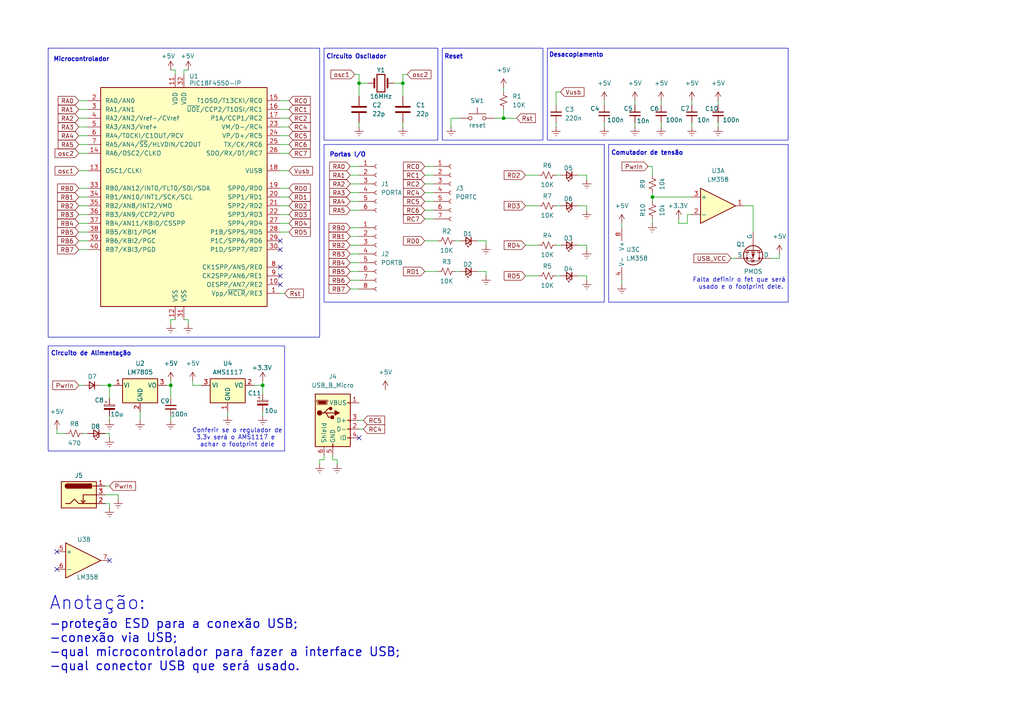
<source format=kicad_sch>
(kicad_sch (version 20231120) (generator "eeschema") (generator_version "8.0")
  (paper "A4")
  (title_block (title "Projeto 1 - Carlos Daniel de Souza Nunes") (date "22/03/2025"))
  (junction (at 49.53 111.76))
  (junction (at 76.2 111.76))
  (junction (at 104.14 24.13))
  (junction (at 146.05 34.29))
  (junction (at 31.75 111.76))
  (junction (at 189.23 57.15))
  (junction (at 116.84 24.13))
  (no_connect (at 81.28 80.01))
  (no_connect (at 81.28 72.39))
  (no_connect (at 16.51 160.02))
  (no_connect (at 81.28 77.47))
  (no_connect (at 81.28 69.85))
  (no_connect (at 31.75 162.56))
  (no_connect (at 104.14 127))
  (no_connect (at 16.51 165.1))
  (no_connect (at 81.28 82.55))
  (wire (pts (xy 161.29 30.48) (xy 161.29 26.67)))
  (wire (pts (xy 81.28 49.53) (xy 83.82 49.53)))
  (wire (pts (xy 161.29 80.01) (xy 162.56 80.01)))
  (wire (pts (xy 76.2 111.76) (xy 76.2 110.49)))
  (wire (pts (xy 101.6 50.8) (xy 104.14 50.8)))
  (wire (pts (xy 102.87 21.59) (xy 104.14 21.59)))
  (wire (pts (xy 66.04 119.38) (xy 66.04 120.65)))
  (wire (pts (xy 22.86 49.53) (xy 25.4 49.53)))
  (wire (pts (xy 76.2 111.76) (xy 76.2 114.3)))
  (wire (pts (xy 180.34 64.77) (xy 180.34 66.04)))
  (wire (pts (xy 138.43 69.85) (xy 140.97 69.85)))
  (wire (pts (xy 116.84 21.59) (xy 116.84 24.13)))
  (wire (pts (xy 208.28 29.21) (xy 208.28 30.48)))
  (wire (pts (xy 49.53 20.32) (xy 50.8 20.32)))
  (wire (pts (xy 101.6 53.34) (xy 104.14 53.34)))
  (wire (pts (xy 146.05 34.29) (xy 146.05 31.75)))
  (wire (pts (xy 184.15 29.21) (xy 184.15 30.48)))
  (wire (pts (xy 49.53 120.65) (xy 49.53 121.92)))
  (wire (pts (xy 53.34 20.32) (xy 53.34 21.59)))
  (wire (pts (xy 22.86 34.29) (xy 25.4 34.29)))
  (wire (pts (xy 50.8 92.71) (xy 49.53 92.71)))
  (wire (pts (xy 200.66 35.56) (xy 200.66 36.83)))
  (wire (pts (xy 161.29 71.12) (xy 162.56 71.12)))
  (wire (pts (xy 22.86 57.15) (xy 25.4 57.15)))
  (wire (pts (xy 54.61 20.32) (xy 53.34 20.32)))
  (wire (pts (xy 200.66 29.21) (xy 200.66 30.48)))
  (wire (pts (xy 152.4 50.8) (xy 156.21 50.8)))
  (wire (pts (xy 81.28 44.45) (xy 83.82 44.45)))
  (wire (pts (xy 31.75 111.76) (xy 31.75 115.57)))
  (wire (pts (xy 161.29 35.56) (xy 161.29 36.83)))
  (wire (pts (xy 50.8 20.32) (xy 50.8 21.59)))
  (wire (pts (xy 104.14 21.59) (xy 104.14 24.13)))
  (wire (pts (xy 22.86 67.31) (xy 25.4 67.31)))
  (wire (pts (xy 140.97 78.74) (xy 140.97 80.01)))
  (wire (pts (xy 152.4 71.12) (xy 156.21 71.12)))
  (wire (pts (xy 196.85 64.77) (xy 196.85 63.5)))
  (wire (pts (xy 218.44 59.69) (xy 218.44 67.31)))
  (wire (pts (xy 130.81 36.83) (xy 130.81 34.29)))
  (wire (pts (xy 93.98 132.08) (xy 93.98 133.35)))
  (wire (pts (xy 123.19 50.8) (xy 125.73 50.8)))
  (wire (pts (xy 31.75 146.05) (xy 31.75 147.32)))
  (wire (pts (xy 114.3 24.13) (xy 116.84 24.13)))
  (wire (pts (xy 184.15 35.56) (xy 184.15 36.83)))
  (wire (pts (xy 55.88 110.49) (xy 55.88 111.76)))
  (wire (pts (xy 22.86 64.77) (xy 25.4 64.77)))
  (wire (pts (xy 101.6 68.58) (xy 104.14 68.58)))
  (wire (pts (xy 146.05 34.29) (xy 149.86 34.29)))
  (wire (pts (xy 49.53 111.76) (xy 49.53 115.57)))
  (wire (pts (xy 152.4 59.69) (xy 156.21 59.69)))
  (wire (pts (xy 180.34 81.28) (xy 180.34 82.55)))
  (wire (pts (xy 170.18 71.12) (xy 170.18 72.39)))
  (wire (pts (xy 34.29 143.51) (xy 34.29 144.78)))
  (wire (pts (xy 130.81 34.29) (xy 133.35 34.29)))
  (wire (pts (xy 81.28 67.31) (xy 83.82 67.31)))
  (wire (pts (xy 22.86 59.69) (xy 25.4 59.69)))
  (wire (pts (xy 30.48 140.97) (xy 31.75 140.97)))
  (wire (pts (xy 170.18 80.01) (xy 170.18 81.28)))
  (wire (pts (xy 170.18 50.8) (xy 170.18 52.07)))
  (wire (pts (xy 55.88 111.76) (xy 58.42 111.76)))
  (wire (pts (xy 191.77 35.56) (xy 191.77 36.83)))
  (wire (pts (xy 138.43 78.74) (xy 140.97 78.74)))
  (wire (pts (xy 101.6 78.74) (xy 104.14 78.74)))
  (wire (pts (xy 81.28 62.23) (xy 83.82 62.23)))
  (wire (pts (xy 22.86 31.75) (xy 25.4 31.75)))
  (wire (pts (xy 101.6 71.12) (xy 104.14 71.12)))
  (wire (pts (xy 92.71 133.35) (xy 92.71 134.62)))
  (wire (pts (xy 22.86 62.23) (xy 25.4 62.23)))
  (wire (pts (xy 101.6 66.04) (xy 104.14 66.04)))
  (wire (pts (xy 101.6 83.82) (xy 104.14 83.82)))
  (wire (pts (xy 29.21 111.76) (xy 31.75 111.76)))
  (wire (pts (xy 132.08 69.85) (xy 133.35 69.85)))
  (wire (pts (xy 152.4 80.01) (xy 156.21 80.01)))
  (wire (pts (xy 123.19 60.96) (xy 125.73 60.96)))
  (wire (pts (xy 226.06 74.93) (xy 226.06 73.66)))
  (wire (pts (xy 30.48 143.51) (xy 34.29 143.51)))
  (wire (pts (xy 16.51 124.46) (xy 16.51 125.73)))
  (wire (pts (xy 212.09 74.93) (xy 213.36 74.93)))
  (wire (pts (xy 96.52 133.35) (xy 97.79 133.35)))
  (wire (pts (xy 123.19 63.5) (xy 125.73 63.5)))
  (wire (pts (xy 118.11 21.59) (xy 116.84 21.59)))
  (wire (pts (xy 49.53 92.71) (xy 49.53 93.98)))
  (wire (pts (xy 49.53 111.76) (xy 49.53 110.49)))
  (wire (pts (xy 104.14 124.46) (xy 105.41 124.46)))
  (wire (pts (xy 53.34 92.71) (xy 54.61 92.71)))
  (wire (pts (xy 199.39 62.23) (xy 199.39 64.77)))
  (wire (pts (xy 31.75 125.73) (xy 31.75 127)))
  (wire (pts (xy 123.19 48.26) (xy 125.73 48.26)))
  (wire (pts (xy 30.48 146.05) (xy 31.75 146.05)))
  (wire (pts (xy 16.51 125.73) (xy 19.05 125.73)))
  (wire (pts (xy 81.28 39.37) (xy 83.82 39.37)))
  (wire (pts (xy 22.86 36.83) (xy 25.4 36.83)))
  (wire (pts (xy 146.05 25.4) (xy 146.05 26.67)))
  (wire (pts (xy 189.23 55.88) (xy 189.23 57.15)))
  (wire (pts (xy 175.26 35.56) (xy 175.26 36.83)))
  (wire (pts (xy 101.6 81.28) (xy 104.14 81.28)))
  (wire (pts (xy 161.29 59.69) (xy 162.56 59.69)))
  (wire (pts (xy 54.61 92.71) (xy 54.61 93.98)))
  (wire (pts (xy 81.28 36.83) (xy 83.82 36.83)))
  (wire (pts (xy 31.75 120.65) (xy 31.75 121.92)))
  (wire (pts (xy 22.86 69.85) (xy 25.4 69.85)))
  (wire (pts (xy 101.6 76.2) (xy 104.14 76.2)))
  (wire (pts (xy 167.64 59.69) (xy 170.18 59.69)))
  (wire (pts (xy 104.14 121.92) (xy 105.41 121.92)))
  (wire (pts (xy 189.23 57.15) (xy 200.66 57.15)))
  (wire (pts (xy 22.86 41.91) (xy 25.4 41.91)))
  (wire (pts (xy 101.6 48.26) (xy 104.14 48.26)))
  (wire (pts (xy 81.28 57.15) (xy 83.82 57.15)))
  (wire (pts (xy 199.39 64.77) (xy 196.85 64.77)))
  (wire (pts (xy 97.79 133.35) (xy 97.79 134.62)))
  (wire (pts (xy 104.14 24.13) (xy 104.14 27.94)))
  (wire (pts (xy 22.86 29.21) (xy 25.4 29.21)))
  (wire (pts (xy 161.29 50.8) (xy 162.56 50.8)))
  (wire (pts (xy 215.9 59.69) (xy 218.44 59.69)))
  (wire (pts (xy 81.28 31.75) (xy 83.82 31.75)))
  (wire (pts (xy 189.23 48.26) (xy 189.23 50.8)))
  (wire (pts (xy 22.86 54.61) (xy 25.4 54.61)))
  (wire (pts (xy 24.13 125.73) (xy 25.4 125.73)))
  (wire (pts (xy 167.64 50.8) (xy 170.18 50.8)))
  (wire (pts (xy 189.23 57.15) (xy 189.23 58.42)))
  (wire (pts (xy 132.08 78.74) (xy 133.35 78.74)))
  (wire (pts (xy 81.28 85.09) (xy 82.55 85.09)))
  (wire (pts (xy 187.96 48.26) (xy 189.23 48.26)))
  (wire (pts (xy 123.19 53.34) (xy 125.73 53.34)))
  (wire (pts (xy 31.75 125.73) (xy 30.48 125.73)))
  (wire (pts (xy 104.14 35.56) (xy 104.14 36.83)))
  (wire (pts (xy 81.28 59.69) (xy 83.82 59.69)))
  (wire (pts (xy 189.23 63.5) (xy 189.23 64.77)))
  (wire (pts (xy 81.28 54.61) (xy 83.82 54.61)))
  (wire (pts (xy 208.28 35.56) (xy 208.28 36.83)))
  (wire (pts (xy 123.19 55.88) (xy 125.73 55.88)))
  (wire (pts (xy 101.6 60.96) (xy 104.14 60.96)))
  (wire (pts (xy 48.26 111.76) (xy 49.53 111.76)))
  (wire (pts (xy 123.19 78.74) (xy 127 78.74)))
  (wire (pts (xy 175.26 29.21) (xy 175.26 30.48)))
  (wire (pts (xy 161.29 26.67) (xy 162.56 26.67)))
  (wire (pts (xy 191.77 29.21) (xy 191.77 30.48)))
  (wire (pts (xy 101.6 55.88) (xy 104.14 55.88)))
  (wire (pts (xy 81.28 34.29) (xy 83.82 34.29)))
  (wire (pts (xy 116.84 35.56) (xy 116.84 36.83)))
  (wire (pts (xy 143.51 34.29) (xy 146.05 34.29)))
  (wire (pts (xy 170.18 59.69) (xy 170.18 60.96)))
  (wire (pts (xy 22.86 44.45) (xy 25.4 44.45)))
  (wire (pts (xy 73.66 111.76) (xy 76.2 111.76)))
  (wire (pts (xy 123.19 58.42) (xy 125.73 58.42)))
  (wire (pts (xy 140.97 69.85) (xy 140.97 71.12)))
  (wire (pts (xy 101.6 58.42) (xy 104.14 58.42)))
  (wire (pts (xy 116.84 24.13) (xy 116.84 27.94)))
  (wire (pts (xy 81.28 64.77) (xy 83.82 64.77)))
  (wire (pts (xy 22.86 111.76) (xy 24.13 111.76)))
  (wire (pts (xy 200.66 62.23) (xy 199.39 62.23)))
  (wire (pts (xy 76.2 119.38) (xy 76.2 120.65)))
  (wire (pts (xy 22.86 72.39) (xy 25.4 72.39)))
  (wire (pts (xy 223.52 74.93) (xy 226.06 74.93)))
  (wire (pts (xy 22.86 39.37) (xy 25.4 39.37)))
  (wire (pts (xy 81.28 29.21) (xy 83.82 29.21)))
  (wire (pts (xy 81.28 41.91) (xy 83.82 41.91)))
  (wire (pts (xy 101.6 73.66) (xy 104.14 73.66)))
  (wire (pts (xy 31.75 111.76) (xy 33.02 111.76)))
  (wire (pts (xy 96.52 132.08) (xy 96.52 133.35)))
  (wire (pts (xy 167.64 71.12) (xy 170.18 71.12)))
  (wire (pts (xy 123.19 69.85) (xy 127 69.85)))
  (wire (pts (xy 167.64 80.01) (xy 170.18 80.01)))
  (wire (pts (xy 40.64 119.38) (xy 40.64 121.92)))
  (wire (pts (xy 106.68 24.13) (xy 104.14 24.13)))
  (wire (pts (xy 93.98 133.35) (xy 92.71 133.35)))
  (rectangle (start 93.98 41.91) (end 175.26 87.63))
  (rectangle (start 13.97 13.97) (end 92.71 97.79))
  (rectangle (start 13.97 100.33) (end 82.55 130.81))
  (rectangle (start 176.53 41.91) (end 228.6 87.63))
  (rectangle (start 93.98 13.97) (end 127 40.64))
  (rectangle (start 158.75 13.97) (end 228.6 40.64))
  (rectangle (start 128.27 13.97) (end 157.48 40.64))
  (text "Portas I/O" (at 100.838 44.958 0) (effects (font (size 1.27 1.27) (thickness 0.254) (bold yes))))
  (text "Circuito Oscilador" (at 103.378 16.51 0) (effects (font (size 1.27 1.27) (thickness 0.254) (bold yes))))
  (text "Microcontrolador" (at 23.622 17.272 0) (effects (font (size 1.27 1.27) (thickness 0.254) (bold yes))))
  (text "Conferir se o regulador de\n3.3v será o AMS1117 e \nachar o footprint dele" (at 68.834 127 0) (effects (font (size 1.27 1.27))))
  (text "Desacoplamento" (at 167.132 16.002 0) (effects (font (size 1.27 1.27) (thickness 0.254) (bold yes))))
  (text "Comutador de tensão" (at 187.706 44.45 0) (effects (font (size 1.27 1.27) (thickness 0.254) (bold yes))))
  (text "Anotação: " (at 14.224 175.006 0) (effects (font (size 3.81 3.81) (thickness 0.254) (bold yes)) (justify left)))
  (text "Reset" (at 131.572 16.51 0) (effects (font (size 1.27 1.27) (thickness 0.254) (bold yes))))
  (text "Falta definir o fet que será \nusado e o footprint dele." (at 214.884 82.296 0) (effects (font (size 1.27 1.27))))
  (text "-proteção ESD para a conexão USB;\n-conexão via USB;\n-qual microcontrolador para fazer a interface USB;\n-qual conector USB que será usado." (at 14.224 187.198 0) (effects (font (size 2.54 2.54) (thickness 0.3175)) (justify left)))
  (text "Circuito de Alimentação" (at 26.416 102.616 0) (effects (font (size 1.27 1.27) (thickness 0.254) (bold yes))))
  (global_label "RD4" (shape input) (at 83.82 64.77 0) (property "Intersheetrefs" "${INTERSHEET_REFS}" (effects (hide yes))))
  (global_label "RB2" (shape input) (at 22.86 59.69 180) (property "Intersheetrefs" "${INTERSHEET_REFS}" (effects (hide yes))))
  (global_label "RC5" (shape input) (at 105.41 121.92 0) (property "Intersheetrefs" "${INTERSHEET_REFS}" (effects (hide yes))))
  (global_label "RB3" (shape input) (at 101.6 73.66 180) (property "Intersheetrefs" "${INTERSHEET_REFS}" (effects (hide yes))))
  (global_label "RC0" (shape input) (at 123.19 48.26 180) (property "Intersheetrefs" "${INTERSHEET_REFS}" (effects (hide yes))))
  (global_label "RC2" (shape input) (at 123.19 53.34 180) (property "Intersheetrefs" "${INTERSHEET_REFS}" (effects (hide yes))))
  (global_label "RA1" (shape input) (at 101.6 50.8 180) (property "Intersheetrefs" "${INTERSHEET_REFS}" (effects (hide yes))))
  (global_label "RB1" (shape input) (at 101.6 68.58 180) (property "Intersheetrefs" "${INTERSHEET_REFS}" (effects (hide yes))))
  (global_label "RA5" (shape input) (at 101.6 60.96 180) (property "Intersheetrefs" "${INTERSHEET_REFS}" (effects (hide yes))))
  (global_label "RD3" (shape input) (at 152.4 59.69 180) (property "Intersheetrefs" "${INTERSHEET_REFS}" (effects (hide yes))))
  (global_label "RA0" (shape input) (at 22.86 29.21 180) (property "Intersheetrefs" "${INTERSHEET_REFS}" (effects (hide yes))))
  (global_label "USB_VCC" (shape input) (at 212.09 74.93 180) (property "Intersheetrefs" "${INTERSHEET_REFS}" (effects (hide yes))))
  (global_label "RA3" (shape input) (at 22.86 36.83 180) (property "Intersheetrefs" "${INTERSHEET_REFS}" (effects (hide yes))))
  (global_label "RD4" (shape input) (at 152.4 71.12 180) (property "Intersheetrefs" "${INTERSHEET_REFS}" (effects (hide yes))))
  (global_label "RD1" (shape input) (at 83.82 57.15 0) (property "Intersheetrefs" "${INTERSHEET_REFS}" (effects (hide yes))))
  (global_label "RB0" (shape input) (at 101.6 66.04 180) (property "Intersheetrefs" "${INTERSHEET_REFS}" (effects (hide yes))))
  (global_label "RC0" (shape input) (at 83.82 29.21 0) (property "Intersheetrefs" "${INTERSHEET_REFS}" (effects (hide yes))))
  (global_label "PwrIn" (shape input) (at 22.86 111.76 180) (property "Intersheetrefs" "${INTERSHEET_REFS}" (effects (hide yes))))
  (global_label "RC5" (shape input) (at 83.82 39.37 0) (property "Intersheetrefs" "${INTERSHEET_REFS}" (effects (hide yes))))
  (global_label "RB7" (shape input) (at 22.86 72.39 180) (property "Intersheetrefs" "${INTERSHEET_REFS}" (effects (hide yes))))
  (global_label "RD5" (shape input) (at 83.82 67.31 0) (property "Intersheetrefs" "${INTERSHEET_REFS}" (effects (hide yes))))
  (global_label "RA1" (shape input) (at 22.86 31.75 180) (property "Intersheetrefs" "${INTERSHEET_REFS}" (effects (hide yes))))
  (global_label "RB4" (shape input) (at 101.6 76.2 180) (property "Intersheetrefs" "${INTERSHEET_REFS}" (effects (hide yes))))
  (global_label "RA5" (shape input) (at 22.86 41.91 180) (property "Intersheetrefs" "${INTERSHEET_REFS}" (effects (hide yes))))
  (global_label "RC1" (shape input) (at 83.82 31.75 0) (property "Intersheetrefs" "${INTERSHEET_REFS}" (effects (hide yes))))
  (global_label "PwrIn" (shape input) (at 187.96 48.26 180) (property "Intersheetrefs" "${INTERSHEET_REFS}" (effects (hide yes))))
  (global_label "RC5" (shape input) (at 123.19 58.42 180) (property "Intersheetrefs" "${INTERSHEET_REFS}" (effects (hide yes))))
  (global_label "RC7" (shape input) (at 83.82 44.45 0) (property "Intersheetrefs" "${INTERSHEET_REFS}" (effects (hide yes))))
  (global_label "RC4" (shape input) (at 105.41 124.46 0) (property "Intersheetrefs" "${INTERSHEET_REFS}" (effects (hide yes))))
  (global_label "RC6" (shape input) (at 83.82 41.91 0) (property "Intersheetrefs" "${INTERSHEET_REFS}" (effects (hide yes))))
  (global_label "PwrIn" (shape input) (at 31.75 140.97 0) (property "Intersheetrefs" "${INTERSHEET_REFS}" (effects (hide yes))))
  (global_label "RB3" (shape input) (at 22.86 62.23 180) (property "Intersheetrefs" "${INTERSHEET_REFS}" (effects (hide yes))))
  (global_label "RD5" (shape input) (at 152.4 80.01 180) (property "Intersheetrefs" "${INTERSHEET_REFS}" (effects (hide yes))))
  (global_label "RB4" (shape input) (at 22.86 64.77 180) (property "Intersheetrefs" "${INTERSHEET_REFS}" (effects (hide yes))))
  (global_label "RC4" (shape input) (at 123.19 55.88 180) (property "Intersheetrefs" "${INTERSHEET_REFS}" (effects (hide yes))))
  (global_label "osc2" (shape input) (at 118.11 21.59 0) (property "Intersheetrefs" "${INTERSHEET_REFS}" (effects (hide yes))))
  (global_label "RC7" (shape input) (at 123.19 63.5 180) (property "Intersheetrefs" "${INTERSHEET_REFS}" (effects (hide yes))))
  (global_label "RA3" (shape input) (at 101.6 55.88 180) (property "Intersheetrefs" "${INTERSHEET_REFS}" (effects (hide yes))))
  (global_label "RA4" (shape input) (at 101.6 58.42 180) (property "Intersheetrefs" "${INTERSHEET_REFS}" (effects (hide yes))))
  (global_label "RB6" (shape input) (at 22.86 69.85 180) (property "Intersheetrefs" "${INTERSHEET_REFS}" (effects (hide yes))))
  (global_label "RA2" (shape input) (at 22.86 34.29 180) (property "Intersheetrefs" "${INTERSHEET_REFS}" (effects (hide yes))))
  (global_label "RD1" (shape input) (at 123.19 78.74 180) (property "Intersheetrefs" "${INTERSHEET_REFS}" (effects (hide yes))))
  (global_label "osc2" (shape input) (at 22.86 44.45 180) (property "Intersheetrefs" "${INTERSHEET_REFS}" (effects (hide yes))))
  (global_label "RC6" (shape input) (at 123.19 60.96 180) (property "Intersheetrefs" "${INTERSHEET_REFS}" (effects (hide yes))))
  (global_label "RB2" (shape input) (at 101.6 71.12 180) (property "Intersheetrefs" "${INTERSHEET_REFS}" (effects (hide yes))))
  (global_label "Rst" (shape input) (at 149.86 34.29 0) (property "Intersheetrefs" "${INTERSHEET_REFS}" (effects (hide yes))))
  (global_label "Vusb" (shape input) (at 83.82 49.53 0) (property "Intersheetrefs" "${INTERSHEET_REFS}" (effects (hide yes))))
  (global_label "osc1" (shape input) (at 22.86 49.53 180) (property "Intersheetrefs" "${INTERSHEET_REFS}" (effects (hide yes))))
  (global_label "RD0" (shape input) (at 83.82 54.61 0) (property "Intersheetrefs" "${INTERSHEET_REFS}" (effects (hide yes))))
  (global_label "RB6" (shape input) (at 101.6 81.28 180) (property "Intersheetrefs" "${INTERSHEET_REFS}" (effects (hide yes))))
  (global_label "RA2" (shape input) (at 101.6 53.34 180) (property "Intersheetrefs" "${INTERSHEET_REFS}" (effects (hide yes))))
  (global_label "RD3" (shape input) (at 83.82 62.23 0) (property "Intersheetrefs" "${INTERSHEET_REFS}" (effects (hide yes))))
  (global_label "RA0" (shape input) (at 101.6 48.26 180) (property "Intersheetrefs" "${INTERSHEET_REFS}" (effects (hide yes))))
  (global_label "RD0" (shape input) (at 123.19 69.85 180) (property "Intersheetrefs" "${INTERSHEET_REFS}" (effects (hide yes))))
  (global_label "RD2" (shape input) (at 152.4 50.8 180) (property "Intersheetrefs" "${INTERSHEET_REFS}" (effects (hide yes))))
  (global_label "RB0" (shape input) (at 22.86 54.61 180) (property "Intersheetrefs" "${INTERSHEET_REFS}" (effects (hide yes))))
  (global_label "RB1" (shape input) (at 22.86 57.15 180) (property "Intersheetrefs" "${INTERSHEET_REFS}" (effects (hide yes))))
  (global_label "RB5" (shape input) (at 22.86 67.31 180) (property "Intersheetrefs" "${INTERSHEET_REFS}" (effects (hide yes))))
  (global_label "RC2" (shape input) (at 83.82 34.29 0) (property "Intersheetrefs" "${INTERSHEET_REFS}" (effects (hide yes))))
  (global_label "RB7" (shape input) (at 101.6 83.82 180) (property "Intersheetrefs" "${INTERSHEET_REFS}" (effects (hide yes))))
  (global_label "Rst" (shape input) (at 82.55 85.09 0) (property "Intersheetrefs" "${INTERSHEET_REFS}" (effects (hide yes))))
  (global_label "RC1" (shape input) (at 123.19 50.8 180) (property "Intersheetrefs" "${INTERSHEET_REFS}" (effects (hide yes))))
  (global_label "osc1" (shape input) (at 102.87 21.59 180) (property "Intersheetrefs" "${INTERSHEET_REFS}" (effects (hide yes))))
  (global_label "RA4" (shape input) (at 22.86 39.37 180) (property "Intersheetrefs" "${INTERSHEET_REFS}" (effects (hide yes))))
  (global_label "RB5" (shape input) (at 101.6 78.74 180) (property "Intersheetrefs" "${INTERSHEET_REFS}" (effects (hide yes))))
  (global_label "RC4" (shape input) (at 83.82 36.83 0) (property "Intersheetrefs" "${INTERSHEET_REFS}" (effects (hide yes))))
  (global_label "RD2" (shape input) (at 83.82 59.69 0) (property "Intersheetrefs" "${INTERSHEET_REFS}" (effects (hide yes))))
  (global_label "Vusb" (shape input) (at 162.56 26.67 0) (property "Intersheetrefs" "${INTERSHEET_REFS}" (effects (hide yes))))
  (symbol (lib_id "Device:LED_Small") (at 165.1 80.01 180) (unit 1)
    (property "Reference" "D4" (at 164.846 77.978 0))
    (property "Value" "RD0" (effects (hide yes)))
    (property "Footprint" "LED_THT:LED_D3.0mm" (effects (hide yes)))
    (property "Description" "Light emitting diode, small symbol" (effects (hide yes)))
  )
  (symbol (lib_id "Device:C") (at 104.14 31.75 180) (unit 1)
    (property "Reference" "C2" (at 107.95 30.4799 0) (effects (justify right)))
    (property "Value" "22p" (at 107.95 33.0199 0) (effects (justify right)))
    (property "Description" "Unpolarized capacitor" (effects (hide yes)))
  )
  (symbol (lib_id "Device:C_Small") (at 191.77 33.02 0) (unit 1)
    (property "Reference" "C6" (at 188.468 31.496 0) (effects (justify left)))
    (property "Value" "100n" (at 193.04 34.798 0) (effects (justify left)))
    (property "Footprint" "Capacitor_THT:C_Rect_L7.0mm_W2.5mm_P5.00mm" (effects (hide yes)))
    (property "Description" "Unpolarized capacitor, small symbol" (effects (hide yes)))
  )
  (symbol (lib_id "power:Earth") (at 31.75 127 0) (unit 1)
    (property "Reference" "#PWR028" (effects (hide yes)))
    (property "Value" "Earth" (effects (hide yes)))
    (property "Description" "Power symbol creates a global label with name \"Earth\"" (effects (hide yes)))
  )
  (symbol (lib_id "power:Earth") (at 140.97 71.12 0) (unit 1)
    (property "Reference" "#PWR018" (effects (hide yes)))
    (property "Value" "Earth" (effects (hide yes)))
    (property "Description" "Power symbol creates a global label with name \"Earth\"" (effects (hide yes)))
  )
  (symbol (lib_id "power:Earth") (at 170.18 72.39 0) (unit 1)
    (property "Reference" "#PWR020" (effects (hide yes)))
    (property "Value" "Earth" (effects (hide yes)))
    (property "Description" "Power symbol creates a global label with name \"Earth\"" (effects (hide yes)))
  )
  (symbol (lib_id "Device:R_Small_US") (at 21.59 125.73 90) (unit 1)
    (property "Reference" "R8" (at 21.59 122.936 90))
    (property "Value" "470" (at 21.59 128.524 90))
    (property "Footprint" "Resistor_THT:R_Axial_DIN0207_L6.3mm_D2.5mm_P7.62mm_Horizontal" (effects (hide yes)))
    (property "Description" "Resistor, small US symbol" (effects (hide yes)))
  )
  (symbol (lib_id "power:Earth") (at 180.34 82.55 0) (unit 1)
    (property "Reference" "#PWR029" (effects (hide yes)))
    (property "Value" "Earth" (effects (hide yes)))
    (property "Description" "Power symbol creates a global label with name \"Earth\"" (effects (hide yes)))
  )
  (symbol (lib_id "power:Earth") (at 116.84 36.83 0) (unit 1)
    (property "Reference" "#PWR04" (effects (hide yes)))
    (property "Value" "Earth" (effects (hide yes)))
    (property "Description" "Power symbol creates a global label with name \"Earth\"" (effects (hide yes)))
  )
  (symbol (lib_id "power:+5V") (at 200.66 29.21 0) (unit 1)
    (property "Reference" "#PWR011" (effects (hide yes)))
    (property "Value" "+5V" (at 200.66 24.13 0))
    (property "Description" "Power symbol creates a global label with name \"+5V\"" (effects (hide yes)))
  )
  (symbol (lib_id "power:Earth") (at 31.75 121.92 0) (unit 1)
    (property "Reference" "#PWR025" (effects (hide yes)))
    (property "Value" "Earth" (effects (hide yes)))
    (property "Description" "Power symbol creates a global label with name \"Earth\"" (effects (hide yes)))
  )
  (symbol (lib_id "power:+5V") (at 175.26 29.21 0) (unit 1)
    (property "Reference" "#PWR08" (effects (hide yes)))
    (property "Value" "+5V" (at 175.26 24.13 0))
    (property "Description" "Power symbol creates a global label with name \"+5V\"" (effects (hide yes)))
  )
  (symbol (lib_id "Device:R_Small_US") (at 189.23 53.34 180) (unit 1)
    (property "Reference" "R9" (at 186.436 53.34 90))
    (property "Value" "10k" (at 192.024 53.34 90))
    (property "Footprint" "Resistor_THT:R_Axial_DIN0207_L6.3mm_D2.5mm_P7.62mm_Horizontal" (effects (hide yes)))
    (property "Description" "Resistor, small US symbol" (effects (hide yes)))
  )
  (symbol (lib_id "power:Earth") (at 49.53 121.92 0) (unit 1)
    (property "Reference" "#PWR027" (effects (hide yes)))
    (property "Value" "Earth" (effects (hide yes)))
    (property "Description" "Power symbol creates a global label with name \"Earth\"" (effects (hide yes)))
  )
  (symbol (lib_id "power:Earth") (at 175.26 36.83 0) (unit 1)
    (property "Reference" "#PWR012" (effects (hide yes)))
    (property "Value" "Earth" (effects (hide yes)))
    (property "Description" "Power symbol creates a global label with name \"Earth\"" (effects (hide yes)))
  )
  (symbol (lib_id "power:+5V") (at 16.51 124.46 0) (unit 1)
    (property "Reference" "#PWR040" (effects (hide yes)))
    (property "Value" "+5V" (at 16.51 119.38 0))
    (property "Description" "Power symbol creates a global label with name \"+5V\"" (effects (hide yes)))
  )
  (symbol (lib_id "power:+5V") (at 146.05 25.4 0) (unit 1)
    (property "Reference" "#PWR017" (effects (hide yes)))
    (property "Value" "+5V" (at 146.05 20.32 0))
    (property "Description" "Power symbol creates a global label with name \"+5V\"" (effects (hide yes)))
  )
  (symbol (lib_id "power:Earth") (at 170.18 52.07 0) (unit 1)
    (property "Reference" "#PWR022" (effects (hide yes)))
    (property "Value" "Earth" (effects (hide yes)))
    (property "Description" "Power symbol creates a global label with name \"Earth\"" (effects (hide yes)))
  )
  (symbol (lib_id "power:+3.3V") (at 76.2 110.49 0) (unit 1)
    (property "Reference" "#PWR038" (effects (hide yes)))
    (property "Value" "+3.3V" (at 75.946 106.68 0))
    (property "Description" "Power symbol creates a global label with name \"+3.3V\"" (effects (hide yes)))
  )
  (symbol (lib_id "Switch:SW_Push") (at 138.43 34.29 0) (unit 1)
    (property "Reference" "SW1" (at 138.43 29.21 0))
    (property "Value" "reset" (at 138.43 36.322 0))
    (property "Footprint" "Button_Switch_THT:SW_TH_Tactile_Omron_B3F-10xx" (effects (hide yes)))
    (property "Description" "Push button switch, generic, two pins" (effects (hide yes)))
  )
  (symbol (lib_id "Device:R_Small_US") (at 189.23 60.96 180) (unit 1)
    (property "Reference" "R10" (at 186.436 60.96 90))
    (property "Value" "10k" (at 192.024 60.96 90))
    (property "Footprint" "Resistor_THT:R_Axial_DIN0207_L6.3mm_D2.5mm_P7.62mm_Horizontal" (effects (hide yes)))
    (property "Description" "Resistor, small US symbol" (effects (hide yes)))
  )
  (symbol (lib_id "power:Earth") (at 76.2 120.65 0) (unit 1)
    (property "Reference" "#PWR039" (effects (hide yes)))
    (property "Value" "Earth" (effects (hide yes)))
    (property "Description" "Power symbol creates a global label with name \"Earth\"" (effects (hide yes)))
  )
  (symbol (lib_id "power:+5V") (at 111.76 113.03 0) (unit 1)
    (property "Reference" "#PWR043" (effects (hide yes)))
    (property "Value" "+5V" (at 111.76 107.95 0))
    (property "Description" "Power symbol creates a global label with name \"+5V\"" (effects (hide yes)))
  )
  (symbol (lib_id "power:Earth") (at 49.53 93.98 0) (unit 1)
    (property "Reference" "#PWR02" (effects (hide yes)))
    (property "Value" "Earth" (effects (hide yes)))
    (property "Description" "Power symbol creates a global label with name \"Earth\"" (effects (hide yes)))
  )
  (symbol (lib_id "Amplifier_Operational:LM358") (at 208.28 59.69 0) (unit 1)
    (property "Reference" "U3" (at 208.28 49.53 0))
    (property "Value" "LM358" (at 208.28 52.07 0))
    (property "Footprint" "Package_DIP:DIP-8_W7.62mm" (effects (hide yes)))
    (property "Datasheet" "http://www.ti.com/lit/ds/symlink/lm2904-n.pdf" (effects (hide yes)))
    (property "Description" "Low-Power, Dual Operational Amplifiers, DIP-8/SOIC-8/TO-99-8" (effects (hide yes)))
  )
  (symbol (lib_id "power:Earth") (at 140.97 80.01 0) (unit 1)
    (property "Reference" "#PWR019" (effects (hide yes)))
    (property "Value" "Earth" (effects (hide yes)))
    (property "Description" "Power symbol creates a global label with name \"Earth\"" (effects (hide yes)))
  )
  (symbol (lib_id "MCU_Microchip_PIC18:PIC18F4550-IP") (at 53.34 57.15 0) (unit 1)
    (property "Reference" "U1" (at 54.864 22.098 0) (effects (justify left)))
    (property "Value" "PIC18F4550-IP" (at 54.864 24.13 0) (effects (justify left)))
    (property "Footprint" "Package_DIP:DIP-40_W15.24mm" (effects (hide yes)))
    (property "Datasheet" "http://ww1.microchip.com/downloads/en/DeviceDoc/39760d.pdf" (effects (hide yes)))
    (property "Description" "32K Flash, 2K SRAM, 256 EEPROM, USB, nanoWatt XLP, DIP40" (effects (hide yes)))
  )
  (symbol (lib_id "power:Earth") (at 191.77 36.83 0) (unit 1)
    (property "Reference" "#PWR014" (effects (hide yes)))
    (property "Value" "Earth" (effects (hide yes)))
    (property "Description" "Power symbol creates a global label with name \"Earth\"" (effects (hide yes)))
  )
  (symbol (lib_id "Device:R_Small_US") (at 158.75 71.12 90) (unit 1)
    (property "Reference" "R4" (at 158.75 68.326 90))
    (property "Value" "10K" (at 158.75 73.914 90))
    (property "Footprint" "Resistor_THT:R_Axial_DIN0207_L6.3mm_D2.5mm_P7.62mm_Horizontal" (effects (hide yes)))
    (property "Description" "Resistor, small US symbol" (effects (hide yes)))
  )
  (symbol (lib_id "power:+5V") (at 191.77 29.21 0) (unit 1)
    (property "Reference" "#PWR010" (effects (hide yes)))
    (property "Value" "+5V" (at 191.77 24.13 0))
    (property "Description" "Power symbol creates a global label with name \"+5V\"" (effects (hide yes)))
  )
  (symbol (lib_id "Connector:Conn_01x07_Socket") (at 130.81 55.88 0) (unit 1)
    (property "Reference" "J3" (at 132.08 54.6099 0) (effects (justify left)))
    (property "Value" "PORTC" (at 132.08 57.1499 0) (effects (justify left)))
    (property "Footprint" "Connector_PinSocket_2.54mm:PinSocket_1x07_P2.54mm_Vertical" (effects (hide yes)))
    (property "Description" "Generic connector, single row, 01x07, script generated" (effects (hide yes)))
  )
  (symbol (lib_id "power:Earth") (at 161.29 36.83 0) (unit 1)
    (property "Reference" "#PWR07" (effects (hide yes)))
    (property "Value" "Earth" (effects (hide yes)))
    (property "Description" "Power symbol creates a global label with name \"Earth\"" (effects (hide yes)))
  )
  (symbol (lib_id "power:Earth") (at 170.18 60.96 0) (unit 1)
    (property "Reference" "#PWR023" (effects (hide yes)))
    (property "Value" "Earth" (effects (hide yes)))
    (property "Description" "Power symbol creates a global label with name \"Earth\"" (effects (hide yes)))
  )
  (symbol (lib_id "power:+5V") (at 208.28 29.21 0) (unit 1)
    (property "Reference" "#PWR031" (effects (hide yes)))
    (property "Value" "+5V" (at 208.28 24.13 0))
    (property "Description" "Power symbol creates a global label with name \"+5V\"" (effects (hide yes)))
  )
  (symbol (lib_id "power:Earth") (at 189.23 64.77 0) (unit 1)
    (property "Reference" "#PWR033" (effects (hide yes)))
    (property "Value" "Earth" (effects (hide yes)))
    (property "Description" "Power symbol creates a global label with name \"Earth\"" (effects (hide yes)))
  )
  (symbol (lib_id "power:Earth") (at 104.14 36.83 0) (unit 1)
    (property "Reference" "#PWR03" (effects (hide yes)))
    (property "Value" "Earth" (effects (hide yes)))
    (property "Description" "Power symbol creates a global label with name \"Earth\"" (effects (hide yes)))
  )
  (symbol (lib_id "Device:C_Small") (at 161.29 33.02 0) (unit 1)
    (property "Reference" "C3" (at 163.83 31.7562 0) (effects (justify left)))
    (property "Value" "220n" (at 163.83 34.2962 0) (effects (justify left)))
    (property "Footprint" "Capacitor_THT:C_Rect_L7.0mm_W2.5mm_P5.00mm" (effects (hide yes)))
    (property "Description" "Unpolarized capacitor, small symbol" (effects (hide yes)))
  )
  (symbol (lib_id "Device:D_Small") (at 26.67 111.76 180) (unit 1)
    (property "Reference" "D7" (at 25.3999 109.22 0) (effects (justify right)))
    (property "Value" "D_Small" (effects (hide yes)))
    (property "Footprint" "Diode_THT:D_DO-41_SOD81_P10.16mm_Horizontal" (effects (hide yes)))
    (property "Description" "Diode, small symbol" (effects (hide yes)))
    (property "Sim.Device" "D" (effects (hide yes)))
    (property "Sim.Pins" "1=K 2=A" (effects (hide yes)))
  )
  (symbol (lib_id "Device:LED_Small") (at 27.94 125.73 180) (unit 1)
    (property "Reference" "D8" (at 27.686 123.698 0))
    (property "Value" "RD0" (effects (hide yes)))
    (property "Footprint" "LED_THT:LED_D3.0mm" (effects (hide yes)))
    (property "Description" "Light emitting diode, small symbol" (effects (hide yes)))
  )
  (symbol (lib_id "power:+5V") (at 226.06 73.66 0) (unit 1)
    (property "Reference" "#PWR035" (effects (hide yes)))
    (property "Value" "+5V" (at 226.06 68.58 0))
    (property "Description" "Power symbol creates a global label with name \"+5V\"" (effects (hide yes)))
  )
  (symbol (lib_id "power:+5V") (at 49.53 20.32 0) (unit 1)
    (property "Reference" "#PWR01" (effects (hide yes)))
    (property "Value" "+5V" (at 48.768 16.256 0))
    (property "Description" "Power symbol creates a global label with name \"+5V\"" (effects (hide yes)))
  )
  (symbol (lib_id "power:Earth") (at 34.29 144.78 0) (unit 1)
    (property "Reference" "#PWR045" (effects (hide yes)))
    (property "Value" "Earth" (effects (hide yes)))
    (property "Description" "Power symbol creates a global label with name \"Earth\"" (effects (hide yes)))
  )
  (symbol (lib_id "Device:LED_Small") (at 135.89 78.74 180) (unit 1)
    (property "Reference" "D2" (at 135.636 76.708 0))
    (property "Value" "RD0" (effects (hide yes)))
    (property "Footprint" "LED_THT:LED_D3.0mm" (effects (hide yes)))
    (property "Description" "Light emitting diode, small symbol" (effects (hide yes)))
  )
  (symbol (lib_id "Device:LED_Small") (at 135.89 69.85 180) (unit 1)
    (property "Reference" "D1" (at 135.636 67.818 0))
    (property "Value" "RD0" (effects (hide yes)))
    (property "Footprint" "LED_THT:LED_D3.0mm" (effects (hide yes)))
    (property "Description" "Light emitting diode, small symbol" (effects (hide yes)))
  )
  (symbol (lib_id "Device:R_Small_US") (at 158.75 59.69 90) (unit 1)
    (property "Reference" "R7" (at 158.75 56.896 90))
    (property "Value" "10K" (at 158.75 62.484 90))
    (property "Footprint" "Resistor_THT:R_Axial_DIN0207_L6.3mm_D2.5mm_P7.62mm_Horizontal" (effects (hide yes)))
    (property "Description" "Resistor, small US symbol" (effects (hide yes)))
  )
  (symbol (lib_id "Connector:Conn_01x08_Socket") (at 109.22 73.66 0) (unit 1)
    (property "Reference" "J2" (at 110.49 73.6599 0) (effects (justify left)))
    (property "Value" "PORTB" (at 110.49 76.1999 0) (effects (justify left)))
    (property "Footprint" "Connector_PinSocket_2.54mm:PinSocket_1x08_P2.54mm_Vertical" (effects (hide yes)))
    (property "Description" "Generic connector, single row, 01x08, script generated" (effects (hide yes)))
  )
  (symbol (lib_id "Connector:USB_B_Micro") (at 96.52 121.92 0) (unit 1)
    (property "Reference" "J4" (at 96.52 109.22 0))
    (property "Value" "USB_B_Micro" (at 96.52 111.76 0))
    (property "Footprint" "Connector_USB:USB_Micro-AB_Molex_47590-0001" (effects (hide yes)))
    (property "Description" "USB Micro Type B connector" (effects (hide yes)))
  )
  (symbol (lib_id "Device:R_Small_US") (at 146.05 29.21 0) (unit 1)
    (property "Reference" "R1" (at 148.59 27.9399 0) (effects (justify left)))
    (property "Value" "10K" (at 148.59 30.4799 0) (effects (justify left)))
    (property "Footprint" "Resistor_THT:R_Axial_DIN0207_L6.3mm_D2.5mm_P7.62mm_Horizontal" (effects (hide yes)))
    (property "Description" "Resistor, small US symbol" (effects (hide yes)))
  )
  (symbol (lib_id "power:Earth") (at 184.15 36.83 0) (unit 1)
    (property "Reference" "#PWR013" (effects (hide yes)))
    (property "Value" "Earth" (effects (hide yes)))
    (property "Description" "Power symbol creates a global label with name \"Earth\"" (effects (hide yes)))
  )
  (symbol (lib_id "power:+3.3V") (at 196.85 63.5 0) (unit 1)
    (property "Reference" "#PWR034" (effects (hide yes)))
    (property "Value" "+3.3V" (at 196.596 59.69 0))
    (property "Description" "Power symbol creates a global label with name \"+3.3V\"" (effects (hide yes)))
  )
  (symbol (lib_id "Amplifier_Operational:LM358") (at 182.88 73.66 0) (unit 3)
    (property "Reference" "U3" (at 181.61 72.3899 0) (effects (justify left)))
    (property "Value" "LM358" (at 181.61 74.9299 0) (effects (justify left)))
    (property "Footprint" "Package_DIP:DIP-8_W7.62mm" (effects (hide yes)))
    (property "Datasheet" "http://www.ti.com/lit/ds/symlink/lm2904-n.pdf" (effects (hide yes)))
    (property "Description" "Low-Power, Dual Operational Amplifiers, DIP-8/SOIC-8/TO-99-8" (effects (hide yes)))
  )
  (symbol (lib_id "Device:LED_Small") (at 165.1 71.12 180) (unit 1)
    (property "Reference" "D3" (at 164.846 69.088 0))
    (property "Value" "RD0" (effects (hide yes)))
    (property "Footprint" "LED_THT:LED_D3.0mm" (effects (hide yes)))
    (property "Description" "Light emitting diode, small symbol" (effects (hide yes)))
  )
  (symbol (lib_id "power:Earth") (at 97.79 134.62 0) (unit 1)
    (property "Reference" "#PWR042" (effects (hide yes)))
    (property "Value" "Earth" (effects (hide yes)))
    (property "Description" "Power symbol creates a global label with name \"Earth\"" (effects (hide yes)))
  )
  (symbol (lib_id "power:+5V") (at 180.34 64.77 0) (unit 1)
    (property "Reference" "#PWR030" (effects (hide yes)))
    (property "Value" "+5V" (at 180.34 59.69 0))
    (property "Description" "Power symbol creates a global label with name \"+5V\"" (effects (hide yes)))
  )
  (symbol (lib_id "power:Earth") (at 40.64 121.92 0) (unit 1)
    (property "Reference" "#PWR024" (effects (hide yes)))
    (property "Value" "Earth" (effects (hide yes)))
    (property "Description" "Power symbol creates a global label with name \"Earth\"" (effects (hide yes)))
  )
  (symbol (lib_id "Device:C") (at 116.84 31.75 0) (unit 1)
    (property "Reference" "C1" (at 120.65 30.4799 0) (effects (justify left)))
    (property "Value" "22p" (at 120.65 33.0199 0) (effects (justify left)))
    (property "Footprint" "Capacitor_THT:C_Disc_D7.5mm_W5.0mm_P7.50mm" (effects (hide yes)))
    (property "Description" "Unpolarized capacitor" (effects (hide yes)))
  )
  (symbol (lib_id "power:Earth") (at 170.18 81.28 0) (unit 1)
    (property "Reference" "#PWR021" (effects (hide yes)))
    (property "Value" "Earth" (effects (hide yes)))
    (property "Description" "Power symbol creates a global label with name \"Earth\"" (effects (hide yes)))
  )
  (symbol (lib_id "Device:C_Small") (at 208.28 33.02 0) (unit 1)
    (property "Reference" "C10" (at 204.47 31.496 0) (effects (justify left)))
    (property "Value" "100n" (at 209.55 34.798 0) (effects (justify left)))
    (property "Footprint" "Capacitor_THT:C_Rect_L7.0mm_W2.5mm_P5.00mm" (effects (hide yes)))
    (property "Description" "Unpolarized capacitor, small symbol" (effects (hide yes)))
  )
  (symbol (lib_id "Amplifier_Operational:LM358") (at 24.13 162.56 0) (unit 2)
    (property "Reference" "U3" (at 24.384 156.464 0))
    (property "Value" "LM358" (at 25.4 167.386 0))
    (property "Footprint" "Package_DIP:DIP-8_W7.62mm" (effects (hide yes)))
    (property "Datasheet" "http://www.ti.com/lit/ds/symlink/lm2904-n.pdf" (effects (hide yes)))
    (property "Description" "Low-Power, Dual Operational Amplifiers, DIP-8/SOIC-8/TO-99-8" (effects (hide yes)))
  )
  (symbol (lib_id "Device:R_Small_US") (at 158.75 50.8 90) (unit 1)
    (property "Reference" "R6" (at 158.75 48.006 90))
    (property "Value" "10K" (at 158.75 53.594 90))
    (property "Footprint" "Resistor_THT:R_Axial_DIN0207_L6.3mm_D2.5mm_P7.62mm_Horizontal" (effects (hide yes)))
    (property "Description" "Resistor, small US symbol" (effects (hide yes)))
  )
  (symbol (lib_id "Device:R_Small_US") (at 129.54 78.74 90) (unit 1)
    (property "Reference" "R3" (at 129.54 75.946 90))
    (property "Value" "10K" (at 129.54 81.534 90))
    (property "Footprint" "Resistor_THT:R_Axial_DIN0207_L6.3mm_D2.5mm_P7.62mm_Horizontal" (effects (hide yes)))
    (property "Description" "Resistor, small US symbol" (effects (hide yes)))
  )
  (symbol (lib_id "Regulator_Linear:LM7805_TO220") (at 40.64 111.76 0) (unit 1)
    (property "Reference" "U2" (at 40.64 105.41 0))
    (property "Value" "LM7805" (at 40.64 107.95 0))
    (property "Footprint" "Package_TO_SOT_THT:TO-220-3_Vertical" (effects (hide yes)))
    (property "Datasheet" "https://www.onsemi.cn/PowerSolutions/document/MC7800-D.PDF" (effects (hide yes)))
    (property "Description" "Positive 1A 35V Linear Regulator, Fixed Output 5V, TO-220" (effects (hide yes)))
  )
  (symbol (lib_id "Device:C_Small") (at 184.15 33.02 0) (unit 1)
    (property "Reference" "C5" (at 180.848 31.496 0) (effects (justify left)))
    (property "Value" "10n" (at 184.658 35.052 0) (effects (justify left)))
    (property "Footprint" "Capacitor_THT:C_Rect_L7.0mm_W2.5mm_P5.00mm" (effects (hide yes)))
    (property "Description" "Unpolarized capacitor, small symbol" (effects (hide yes)))
  )
  (symbol (lib_id "power:+5V") (at 49.53 110.49 0) (unit 1)
    (property "Reference" "#PWR026" (effects (hide yes)))
    (property "Value" "+5V" (at 49.53 105.41 0))
    (property "Description" "Power symbol creates a global label with name \"+5V\"" (effects (hide yes)))
  )
  (symbol (lib_id "Connector:Conn_01x06_Socket") (at 109.22 53.34 0) (unit 1)
    (property "Reference" "J1" (at 110.49 53.3399 0) (effects (justify left)))
    (property "Value" "PORTA" (at 110.49 55.8799 0) (effects (justify left)))
    (property "Footprint" "Connector_PinSocket_2.54mm:PinSocket_1x06_P2.54mm_Vertical" (effects (hide yes)))
    (property "Description" "Generic connector, single row, 01x06, script generated" (effects (hide yes)))
  )
  (symbol (lib_id "Device:C_Polarized_Small") (at 31.75 118.11 0) (unit 1)
    (property "Reference" "C8" (at 27.432 116.078 0) (effects (justify left)))
    (property "Value" "10u" (at 32.004 120.142 0) (effects (justify left)))
    (property "Description" "Polarized capacitor, small symbol" (effects (hide yes)))
  )
  (symbol (lib_id "Regulator_Linear:AMS1117-3.3") (at 66.04 111.76 0) (unit 1)
    (property "Reference" "U4" (at 66.04 105.41 0))
    (property "Value" "AMS1117" (at 66.04 107.95 0))
    (property "Datasheet" "http://www.advanced-monolithic.com/pdf/ds1117.pdf" (effects (hide yes)))
    (property "Description" "1A Low Dropout regulator, positive, 3.3V fixed output, SOT-223" (effects (hide yes)))
  )
  (symbol (lib_id "Device:LED_Small") (at 165.1 50.8 180) (unit 1)
    (property "Reference" "D5" (at 164.846 48.768 0))
    (property "Value" "RD0" (effects (hide yes)))
    (property "Footprint" "LED_THT:LED_D3.0mm" (effects (hide yes)))
    (property "Description" "Light emitting diode, small symbol" (effects (hide yes)))
  )
  (symbol (lib_id "power:Earth") (at 200.66 36.83 0) (unit 1)
    (property "Reference" "#PWR015" (effects (hide yes)))
    (property "Value" "Earth" (effects (hide yes)))
    (property "Description" "Power symbol creates a global label with name \"Earth\"" (effects (hide yes)))
  )
  (symbol (lib_id "power:Earth") (at 208.28 36.83 0) (unit 1)
    (property "Reference" "#PWR032" (effects (hide yes)))
    (property "Value" "Earth" (effects (hide yes)))
    (property "Description" "Power symbol creates a global label with name \"Earth\"" (effects (hide yes)))
  )
  (symbol (lib_id "Device:R_Small_US") (at 129.54 69.85 90) (unit 1)
    (property "Reference" "R2" (at 129.54 67.056 90))
    (property "Value" "10K" (at 129.54 72.644 90))
    (property "Footprint" "Resistor_THT:R_Axial_DIN0207_L6.3mm_D2.5mm_P7.62mm_Horizontal" (effects (hide yes)))
    (property "Description" "Resistor, small US symbol" (effects (hide yes)))
  )
  (symbol (lib_id "power:Earth") (at 54.61 93.98 0) (unit 1)
    (property "Reference" "#PWR05" (effects (hide yes)))
    (property "Value" "Earth" (effects (hide yes)))
    (property "Description" "Power symbol creates a global label with name \"Earth\"" (effects (hide yes)))
  )
  (symbol (lib_id "power:+5V") (at 54.61 20.32 0) (unit 1)
    (property "Reference" "#PWR06" (effects (hide yes)))
    (property "Value" "+5V" (at 54.356 16.256 0))
    (property "Description" "Power symbol creates a global label with name \"+5V\"" (effects (hide yes)))
  )
  (symbol (lib_id "Device:C_Small") (at 175.26 33.02 0) (unit 1)
    (property "Reference" "C4" (at 171.196 31.496 0) (effects (justify left)))
    (property "Value" "100n" (at 176.022 34.798 0) (effects (justify left)))
    (property "Footprint" "Capacitor_THT:C_Rect_L7.0mm_W2.5mm_P5.00mm" (effects (hide yes)))
    (property "Description" "Unpolarized capacitor, small symbol" (effects (hide yes)))
  )
  (symbol (lib_id "Connector:Barrel_Jack_Switch") (at 22.86 143.51 0) (unit 1)
    (property "Reference" "J5" (at 22.86 137.922 0))
    (property "Value" "Barrel_Jack_Switch" (effects (hide yes)))
    (property "Footprint" "Connector_BarrelJack:BarrelJack_Horizontal" (effects (hide yes)))
    (property "Description" "DC Barrel Jack with an internal switch" (effects (hide yes)))
  )
  (symbol (lib_id "Device:LED_Small") (at 165.1 59.69 180) (unit 1)
    (property "Reference" "D6" (at 164.846 57.658 0))
    (property "Value" "RD0" (effects (hide yes)))
    (property "Footprint" "LED_THT:LED_D3.0mm" (effects (hide yes)))
    (property "Description" "Light emitting diode, small symbol" (effects (hide yes)))
  )
  (symbol (lib_id "power:Earth") (at 130.81 36.83 0) (unit 1)
    (property "Reference" "#PWR016" (effects (hide yes)))
    (property "Value" "Earth" (effects (hide yes)))
    (property "Description" "Power symbol creates a global label with name \"Earth\"" (effects (hide yes)))
  )
  (symbol (lib_id "Device:C_Small") (at 49.53 118.11 0) (unit 1)
    (property "Reference" "C9" (at 46.482 116.332 0) (effects (justify left)))
    (property "Value" "100n" (at 49.53 120.142 0) (effects (justify left)))
    (property "Footprint" "Capacitor_THT:C_Rect_L7.0mm_W2.5mm_P5.00mm" (effects (hide yes)))
    (property "Description" "Unpolarized capacitor, small symbol" (effects (hide yes)))
  )
  (symbol (lib_id "Simulation_SPICE:PMOS") (at 218.44 72.39 270) (unit 1)
    (property "Reference" "Q1" (at 214.884 70.866 90))
    (property "Value" "PMOS" (at 218.44 78.74 90))
    (property "Datasheet" "https://ngspice.sourceforge.io/docs/ngspice-html-manual/manual.xhtml#cha_MOSFETs" (effects (hide yes)))
    (property "Description" "P-MOSFET transistor, drain/source/gate" (effects (hide yes)))
    (property "Sim.Device" "PMOS" (effects (hide yes)))
    (property "Sim.Type" "VDMOS" (effects (hide yes)))
    (property "Sim.Pins" "1=D 2=G 3=S" (effects (hide yes)))
  )
  (symbol (lib_id "Device:Crystal") (at 110.49 24.13 180) (unit 1)
    (property "Reference" "Y1" (at 110.49 20.32 0))
    (property "Value" "16MHz" (at 110.49 27.94 0))
    (property "Footprint" "Crystal:Crystal_HC49-U_Vertical" (effects (hide yes)))
    (property "Description" "Two pin crystal" (effects (hide yes)))
  )
  (symbol (lib_id "power:Earth") (at 66.04 120.65 0) (unit 1)
    (property "Reference" "#PWR037" (effects (hide yes)))
    (property "Value" "Earth" (effects (hide yes)))
    (property "Description" "Power symbol creates a global label with name \"Earth\"" (effects (hide yes)))
  )
  (symbol (lib_id "Device:C_Polarized_Small") (at 76.2 116.84 0) (unit 1)
    (property "Reference" "C11" (at 71.882 114.046 0) (effects (justify left)))
    (property "Value" "10u" (at 76.708 119.126 0) (effects (justify left)))
    (property "Description" "Polarized capacitor, small symbol" (effects (hide yes)))
  )
  (symbol (lib_id "Device:C_Small") (at 200.66 33.02 0) (unit 1)
    (property "Reference" "C7" (at 197.358 31.496 0) (effects (justify left)))
    (property "Value" "10n" (at 202.184 34.798 0) (effects (justify left)))
    (property "Footprint" "Capacitor_THT:C_Rect_L7.0mm_W2.5mm_P5.00mm" (effects (hide yes)))
    (property "Description" "Unpolarized capacitor, small symbol" (effects (hide yes)))
  )
  (symbol (lib_id "power:+5V") (at 55.88 110.49 0) (unit 1)
    (property "Reference" "#PWR036" (effects (hide yes)))
    (property "Value" "+5V" (at 55.88 105.41 0))
    (property "Description" "Power symbol creates a global label with name \"+5V\"" (effects (hide yes)))
  )
  (symbol (lib_id "power:+5V") (at 184.15 29.21 0) (unit 1)
    (property "Reference" "#PWR09" (effects (hide yes)))
    (property "Value" "+5V" (at 184.15 24.13 0))
    (property "Description" "Power symbol creates a global label with name \"+5V\"" (effects (hide yes)))
  )
  (symbol (lib_id "power:Earth") (at 92.71 134.62 0) (unit 1)
    (property "Reference" "#PWR041" (effects (hide yes)))
    (property "Value" "Earth" (effects (hide yes)))
    (property "Description" "Power symbol creates a global label with name \"Earth\"" (effects (hide yes)))
  )
  (symbol (lib_id "power:Earth") (at 31.75 147.32 0) (unit 1)
    (property "Reference" "#PWR044" (effects (hide yes)))
    (property "Value" "Earth" (effects (hide yes)))
    (property "Description" "Power symbol creates a global label with name \"Earth\"" (effects (hide yes)))
  )
  (symbol (lib_id "Device:R_Small_US") (at 158.75 80.01 90) (unit 1)
    (property "Reference" "R5" (at 158.75 77.216 90))
    (property "Value" "10K" (at 158.75 82.804 90))
    (property "Footprint" "Resistor_THT:R_Axial_DIN0207_L6.3mm_D2.5mm_P7.62mm_Horizontal" (effects (hide yes)))
    (property "Description" "Resistor, small US symbol" (effects (hide yes)))
  )
)
</source>
